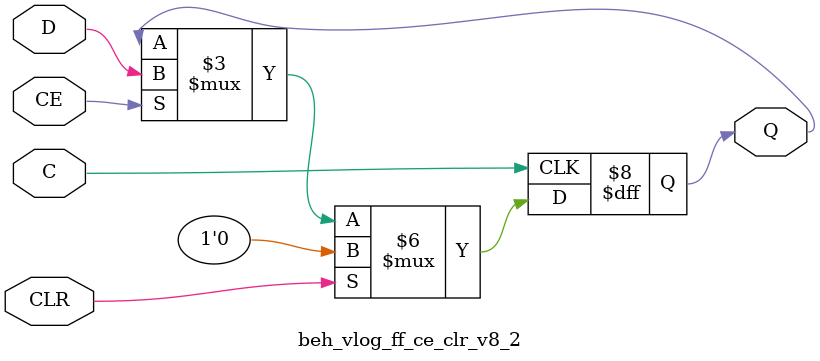
<source format=v>
module beh_vlog_ff_ce_clr_v8_2 (Q, C, CE, CLR, D);
  parameter INIT = 0;
localparam FLOP_DELAY = 100;
    output Q;
    input  C, CE, CLR, D;
    reg Q;
    initial Q= 1'b0;
    always @(posedge C )
       if (CLR)
           Q <= 1'b0;
       else if (CE)
	   Q <= #FLOP_DELAY D;
endmodule
</source>
